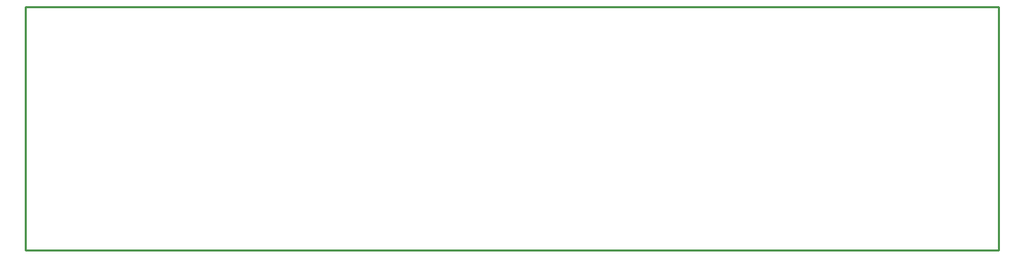
<source format=gko>
G04 Layer: BoardOutlineLayer*
G04 EasyEDA v6.5.40, 2024-02-02 10:37:13*
G04 a77a6519c85945819b4ef728552386b2,10*
G04 Gerber Generator version 0.2*
G04 Scale: 100 percent, Rotated: No, Reflected: No *
G04 Dimensions in millimeters *
G04 leading zeros omitted , absolute positions ,4 integer and 5 decimal *
%FSLAX45Y45*%
%MOMM*%

%ADD10C,0.2540*%
D10*
X12700Y3009900D02*
G01*
X12012675Y3009900D01*
X12012675Y9905D01*
X12700Y9905D01*
X12700Y3009900D01*

%LPD*%
M02*

</source>
